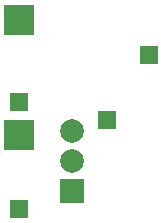
<source format=gbs>
G04 #@! TF.FileFunction,Soldermask,Bot*
%FSLAX46Y46*%
G04 Gerber Fmt 4.6, Leading zero omitted, Abs format (unit mm)*
G04 Created by KiCad (PCBNEW (2016-02-18 BZR 6566, Git c2fd462)-product) date Thu 25 Feb 2016 06:22:52 PM EST*
%MOMM*%
G01*
G04 APERTURE LIST*
%ADD10C,0.100000*%
%ADD11C,1.998980*%
%ADD12R,1.998980X1.998980*%
%ADD13R,1.524000X1.524000*%
%ADD14R,2.500000X2.500000*%
G04 APERTURE END LIST*
D10*
D11*
X6500000Y-14000000D03*
D12*
X6500000Y-16540000D03*
D11*
X6500000Y-11460000D03*
D13*
X2000000Y-18000000D03*
X13000000Y-5000000D03*
X2000000Y-9000000D03*
X9500000Y-10500000D03*
D14*
X2000000Y-11750000D03*
X2000000Y-2000000D03*
M02*

</source>
